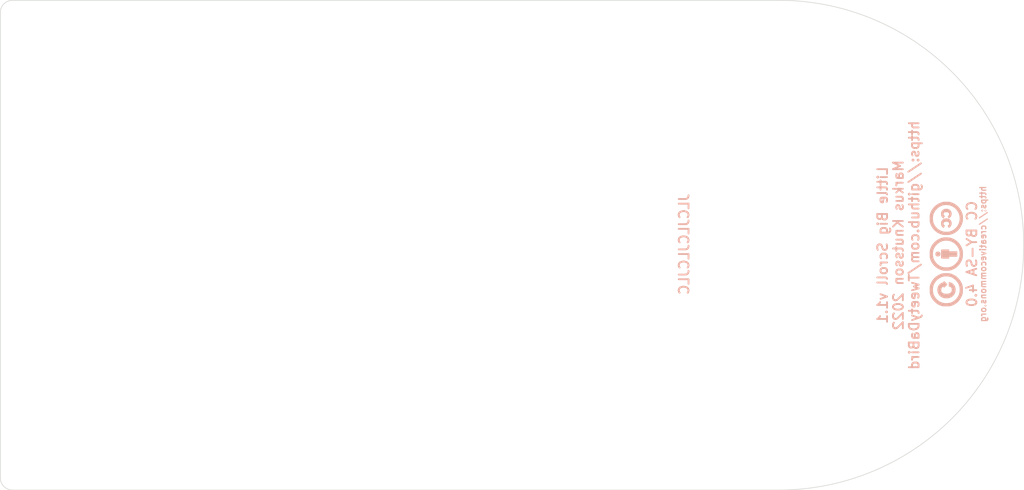
<source format=kicad_pcb>
(kicad_pcb (version 20171130) (host pcbnew "(5.1.9)-1")

  (general
    (thickness 1.6)
    (drawings 15)
    (tracks 0)
    (zones 0)
    (modules 5)
    (nets 1)
  )

  (page A4)
  (title_block
    (title "Little Big Scroll")
    (date 2021-11-30)
    (rev v1.0)
    (company "Markus Knutsson <markus.knutsson@tweety.se>")
    (comment 1 https://github.com/TweetyDaBird)
    (comment 2 "Licensed under Creative Commons Attribution-ShareAlike 4.0 International")
  )

  (layers
    (0 F.Cu signal)
    (31 B.Cu signal)
    (32 B.Adhes user hide)
    (33 F.Adhes user hide)
    (34 B.Paste user hide)
    (35 F.Paste user hide)
    (36 B.SilkS user)
    (37 F.SilkS user)
    (38 B.Mask user hide)
    (39 F.Mask user hide)
    (40 Dwgs.User user hide)
    (41 Cmts.User user hide)
    (42 Eco1.User user hide)
    (43 Eco2.User user hide)
    (44 Edge.Cuts user)
    (45 Margin user hide)
    (46 B.CrtYd user hide)
    (47 F.CrtYd user hide)
    (48 B.Fab user hide)
    (49 F.Fab user hide)
  )

  (setup
    (last_trace_width 0.25)
    (trace_clearance 0.2)
    (zone_clearance 0.508)
    (zone_45_only yes)
    (trace_min 0.2)
    (via_size 0.8)
    (via_drill 0.4)
    (via_min_size 0.4)
    (via_min_drill 0.3)
    (uvia_size 0.3)
    (uvia_drill 0.1)
    (uvias_allowed no)
    (uvia_min_size 0.2)
    (uvia_min_drill 0.1)
    (edge_width 0.05)
    (segment_width 0.2)
    (pcb_text_width 0.3)
    (pcb_text_size 1.5 1.5)
    (mod_edge_width 0.12)
    (mod_text_size 1 1)
    (mod_text_width 0.15)
    (pad_size 1.524 1.524)
    (pad_drill 0.762)
    (pad_to_mask_clearance 0)
    (aux_axis_origin 0 0)
    (visible_elements 7FFFFFFF)
    (pcbplotparams
      (layerselection 0x010fc_ffffffff)
      (usegerberextensions true)
      (usegerberattributes true)
      (usegerberadvancedattributes false)
      (creategerberjobfile false)
      (excludeedgelayer true)
      (linewidth 0.100000)
      (plotframeref false)
      (viasonmask false)
      (mode 1)
      (useauxorigin false)
      (hpglpennumber 1)
      (hpglpenspeed 20)
      (hpglpendiameter 15.000000)
      (psnegative false)
      (psa4output false)
      (plotreference true)
      (plotvalue false)
      (plotinvisibletext false)
      (padsonsilk false)
      (subtractmaskfromsilk true)
      (outputformat 1)
      (mirror false)
      (drillshape 0)
      (scaleselection 1)
      (outputdirectory "Gerbers/"))
  )

  (net 0 "")

  (net_class Default "This is the default net class."
    (clearance 0.2)
    (trace_width 0.25)
    (via_dia 0.8)
    (via_drill 0.4)
    (uvia_dia 0.3)
    (uvia_drill 0.1)
  )

  (net_class VCC ""
    (clearance 0.2)
    (trace_width 0.45)
    (via_dia 0.8)
    (via_drill 0.4)
    (uvia_dia 0.3)
    (uvia_drill 0.1)
  )

  (module "Keyboard Library:CC_BY_SA_40" (layer B.Cu) (tedit 61A8945C) (tstamp 61A8F649)
    (at 232.98 112.32 270)
    (path /61A8A884)
    (fp_text reference Lic1 (at -0.24 2.42 270) (layer B.Fab) hide
      (effects (font (size 0.8 0.8) (thickness 0.15)) (justify mirror))
    )
    (fp_text value CC-BY-SA_4.0 (at -0.19 3.93 270) (layer B.Fab)
      (effects (font (size 0.8 0.8) (thickness 0.15)) (justify mirror))
    )
    (fp_poly (pts (xy 2.926022 0.651376) (xy 3.024018 0.638898) (xy 3.07798 0.626859) (xy 3.140861 0.606141)
      (xy 3.205826 0.576626) (xy 3.268999 0.540591) (xy 3.3265 0.500311) (xy 3.374452 0.458061)
      (xy 3.385369 0.446489) (xy 3.423185 0.398898) (xy 3.460707 0.341614) (xy 3.495292 0.279265)
      (xy 3.524295 0.21648) (xy 3.53882 0.17787) (xy 3.556121 0.112329) (xy 3.567883 0.037315)
      (xy 3.574001 -0.04319) (xy 3.574369 -0.1252) (xy 3.568882 -0.204732) (xy 3.557437 -0.277801)
      (xy 3.551491 -0.303091) (xy 3.519188 -0.400088) (xy 3.475356 -0.489302) (xy 3.420785 -0.569931)
      (xy 3.356263 -0.641174) (xy 3.282577 -0.70223) (xy 3.200517 -0.752298) (xy 3.11087 -0.790576)
      (xy 3.05567 -0.807069) (xy 3.00771 -0.816775) (xy 2.952305 -0.823985) (xy 2.894108 -0.828417)
      (xy 2.83777 -0.82979) (xy 2.787944 -0.827821) (xy 2.762686 -0.824849) (xy 2.67688 -0.804407)
      (xy 2.594728 -0.771928) (xy 2.51805 -0.728695) (xy 2.448667 -0.67599) (xy 2.388399 -0.615095)
      (xy 2.339066 -0.547292) (xy 2.319989 -0.513035) (xy 2.305521 -0.480487) (xy 2.290958 -0.44112)
      (xy 2.27745 -0.398847) (xy 2.266145 -0.357579) (xy 2.258193 -0.32123) (xy 2.254744 -0.293711)
      (xy 2.254686 -0.290742) (xy 2.256472 -0.287446) (xy 2.262886 -0.284959) (xy 2.275514 -0.283205)
      (xy 2.295941 -0.282107) (xy 2.325752 -0.28159) (xy 2.366533 -0.281577) (xy 2.419869 -0.281994)
      (xy 2.4343 -0.282145) (xy 2.613914 -0.284086) (xy 2.615091 -0.307507) (xy 2.621854 -0.34593)
      (xy 2.63697 -0.387443) (xy 2.657913 -0.425531) (xy 2.664392 -0.434584) (xy 2.699091 -0.468748)
      (xy 2.743663 -0.495431) (xy 2.795239 -0.514105) (xy 2.85095 -0.524242) (xy 2.907928 -0.525312)
      (xy 2.963304 -0.516788) (xy 3.012879 -0.498801) (xy 3.06281 -0.467461) (xy 3.105137 -0.425944)
      (xy 3.140539 -0.373315) (xy 3.169696 -0.308637) (xy 3.185113 -0.261458) (xy 3.191325 -0.238224)
      (xy 3.195769 -0.216245) (xy 3.198724 -0.192377) (xy 3.200468 -0.163474) (xy 3.201281 -0.126393)
      (xy 3.20144 -0.077989) (xy 3.201439 -0.077257) (xy 3.200491 -0.01359) (xy 3.197513 0.038723)
      (xy 3.192004 0.082761) (xy 3.183461 0.121603) (xy 3.17138 0.158328) (xy 3.157695 0.19075)
      (xy 3.125704 0.245065) (xy 3.084906 0.287986) (xy 3.035798 0.319257) (xy 2.97888 0.338624)
      (xy 2.914649 0.345829) (xy 2.860863 0.34297) (xy 2.817995 0.336821) (xy 2.784672 0.328958)
      (xy 2.755927 0.317911) (xy 2.730412 0.304351) (xy 2.6901 0.273499) (xy 2.656081 0.233431)
      (xy 2.631385 0.18825) (xy 2.621481 0.156786) (xy 2.61639 0.1332) (xy 2.664138 0.1332)
      (xy 2.690108 0.13266) (xy 2.704659 0.130493) (xy 2.710863 0.125878) (xy 2.711886 0.120426)
      (xy 2.706896 0.111906) (xy 2.693048 0.095102) (xy 2.67202 0.071704) (xy 2.645492 0.0434)
      (xy 2.615144 0.01188) (xy 2.582654 -0.021167) (xy 2.549703 -0.054051) (xy 2.51797 -0.085084)
      (xy 2.489134 -0.112577) (xy 2.464875 -0.134839) (xy 2.446872 -0.150183) (xy 2.436804 -0.156918)
      (xy 2.435969 -0.157086) (xy 2.427528 -0.152065) (xy 2.410855 -0.138129) (xy 2.387628 -0.116968)
      (xy 2.359526 -0.090272) (xy 2.328225 -0.059732) (xy 2.295405 -0.027037) (xy 2.262742 0.006122)
      (xy 2.231914 0.038055) (xy 2.2046 0.067072) (xy 2.182476 0.091482) (xy 2.167221 0.109597)
      (xy 2.160513 0.119724) (xy 2.160343 0.120572) (xy 2.16224 0.127131) (xy 2.16988 0.130963)
      (xy 2.186185 0.132757) (xy 2.213947 0.1332) (xy 2.267552 0.1332) (xy 2.272459 0.165922)
      (xy 2.281121 0.205192) (xy 2.295752 0.251724) (xy 2.314597 0.300489) (xy 2.334478 0.343657)
      (xy 2.379798 0.417968) (xy 2.435421 0.482847) (xy 2.500284 0.537888) (xy 2.573325 0.582688)
      (xy 2.653482 0.616841) (xy 2.739692 0.639943) (xy 2.830893 0.65159) (xy 2.926022 0.651376)) (layer B.SilkS) (width 0.01))
    (fp_poly (pts (xy -0.008247 0.810637) (xy 0.015762 0.808152) (xy 0.035917 0.802684) (xy 0.057538 0.793148)
      (xy 0.064578 0.789601) (xy 0.099906 0.7674) (xy 0.125046 0.740918) (xy 0.14144 0.70758)
      (xy 0.150529 0.664813) (xy 0.153175 0.631372) (xy 0.153555 0.593754) (xy 0.151636 0.559446)
      (xy 0.147731 0.533797) (xy 0.147359 0.532343) (xy 0.13232 0.499676) (xy 0.107019 0.468478)
      (xy 0.0755 0.442672) (xy 0.041805 0.426184) (xy 0.036429 0.42466) (xy 0.002203 0.419237)
      (xy -0.039229 0.417265) (xy -0.081268 0.418724) (xy -0.117315 0.423592) (xy -0.124094 0.425199)
      (xy -0.148417 0.436259) (xy -0.175765 0.456063) (xy -0.186918 0.466177) (xy -0.209239 0.491076)
      (xy -0.224314 0.517069) (xy -0.233124 0.547461) (xy -0.236654 0.585557) (xy -0.236032 0.631372)
      (xy -0.230855 0.68151) (xy -0.219294 0.720574) (xy -0.199907 0.751139) (xy -0.171253 0.775778)
      (xy -0.147435 0.789601) (xy -0.124451 0.80047) (xy -0.104421 0.806968) (xy -0.082028 0.810179)
      (xy -0.051951 0.811189) (xy -0.041428 0.811224) (xy -0.008247 0.810637)) (layer B.SilkS) (width 0.01))
    (fp_poly (pts (xy 0.037166 0.358141) (xy 0.10256 0.357943) (xy 0.156064 0.357421) (xy 0.198991 0.356415)
      (xy 0.232655 0.354768) (xy 0.258368 0.35232) (xy 0.277442 0.348915) (xy 0.29119 0.344393)
      (xy 0.300925 0.338596) (xy 0.307958 0.331366) (xy 0.313604 0.322545) (xy 0.317677 0.314866)
      (xy 0.320463 0.307632) (xy 0.32275 0.296834) (xy 0.324585 0.281131) (xy 0.326014 0.259181)
      (xy 0.327082 0.229641) (xy 0.327838 0.19117) (xy 0.328325 0.142427) (xy 0.328592 0.082069)
      (xy 0.328684 0.008754) (xy 0.328686 -0.004325) (xy 0.328686 -0.302229) (xy 0.176434 -0.302229)
      (xy 0.174545 -0.630614) (xy 0.172657 -0.959) (xy -0.038297 -0.960922) (xy -0.092244 -0.961248)
      (xy -0.141432 -0.961228) (xy -0.184004 -0.960889) (xy -0.218099 -0.960257) (xy -0.241861 -0.959357)
      (xy -0.25343 -0.958216) (xy -0.254197 -0.957898) (xy -0.25522 -0.949837) (xy -0.256171 -0.928742)
      (xy -0.257028 -0.896095) (xy -0.25777 -0.853375) (xy -0.258374 -0.802063) (xy -0.258818 -0.74364)
      (xy -0.259079 -0.679586) (xy -0.259143 -0.627591) (xy -0.259143 -0.302229) (xy -0.411543 -0.302229)
      (xy -0.411543 -0.004325) (xy -0.411475 0.071196) (xy -0.411239 0.133546) (xy -0.41079 0.184065)
      (xy -0.410081 0.224096) (xy -0.409066 0.25498) (xy -0.407698 0.27806) (xy -0.405931 0.294677)
      (xy -0.40372 0.306172) (xy -0.401017 0.313888) (xy -0.400534 0.314866) (xy -0.39507 0.324972)
      (xy -0.389193 0.33337) (xy -0.381591 0.340216) (xy -0.37095 0.34567) (xy -0.355959 0.34989)
      (xy -0.335304 0.353034) (xy -0.307674 0.355261) (xy -0.271755 0.356729) (xy -0.226235 0.357595)
      (xy -0.169801 0.358019) (xy -0.101141 0.358158) (xy -0.041428 0.358171) (xy 0.037166 0.358141)) (layer B.SilkS) (width 0.01))
    (fp_poly (pts (xy -2.516114 0.356123) (xy -2.4467 0.349329) (xy -2.387015 0.335194) (xy -2.333734 0.312719)
      (xy -2.296787 0.290347) (xy -2.271649 0.270987) (xy -2.245306 0.247145) (xy -2.220136 0.221433)
      (xy -2.198517 0.196465) (xy -2.182827 0.174853) (xy -2.175441 0.159209) (xy -2.175168 0.156706)
      (xy -2.180648 0.148247) (xy -2.19741 0.135587) (xy -2.22615 0.118268) (xy -2.267564 0.095833)
      (xy -2.269193 0.09498) (xy -2.363079 0.045874) (xy -2.393159 0.086592) (xy -2.425063 0.121679)
      (xy -2.460248 0.143617) (xy -2.501248 0.153748) (xy -2.52179 0.154812) (xy -2.570586 0.148715)
      (xy -2.611786 0.130512) (xy -2.644468 0.100984) (xy -2.66771 0.060913) (xy -2.678937 0.021518)
      (xy -2.681579 -0.002373) (xy -2.683145 -0.035828) (xy -2.683614 -0.073933) (xy -2.682969 -0.111775)
      (xy -2.681191 -0.144442) (xy -2.679622 -0.15917) (xy -2.668683 -0.197401) (xy -2.648279 -0.234445)
      (xy -2.621341 -0.26635) (xy -2.590803 -0.289165) (xy -2.579142 -0.294526) (xy -2.55244 -0.300278)
      (xy -2.518191 -0.301939) (xy -2.482726 -0.299668) (xy -2.452376 -0.293621) (xy -2.445504 -0.291211)
      (xy -2.430415 -0.283302) (xy -2.415505 -0.270871) (xy -2.398779 -0.251722) (xy -2.378243 -0.22366)
      (xy -2.360888 -0.198072) (xy -2.356569 -0.193112) (xy -2.350483 -0.191218) (xy -2.340429 -0.193092)
      (xy -2.324207 -0.199436) (xy -2.299619 -0.210954) (xy -2.264463 -0.228346) (xy -2.261669 -0.229742)
      (xy -2.228816 -0.246239) (xy -2.200903 -0.260404) (xy -2.18036 -0.270992) (xy -2.169618 -0.27676)
      (xy -2.168652 -0.277379) (xy -2.169818 -0.28542) (xy -2.178965 -0.301375) (xy -2.194086 -0.322625)
      (xy -2.213179 -0.34655) (xy -2.234238 -0.370532) (xy -2.255257 -0.391949) (xy -2.259017 -0.395454)
      (xy -2.318818 -0.441312) (xy -2.385086 -0.476075) (xy -2.439625 -0.494413) (xy -2.477086 -0.500817)
      (xy -2.522791 -0.503992) (xy -2.570811 -0.503839) (xy -2.615219 -0.500262) (xy -2.632228 -0.497551)
      (xy -2.700098 -0.477645) (xy -2.763203 -0.445781) (xy -2.819348 -0.403594) (xy -2.866338 -0.352717)
      (xy -2.900373 -0.298076) (xy -2.921479 -0.249659) (xy -2.935695 -0.202011) (xy -2.94397 -0.150595)
      (xy -2.947258 -0.090873) (xy -2.947413 -0.073629) (xy -2.94438 0.000853) (xy -2.934434 0.06461)
      (xy -2.916664 0.120133) (xy -2.890161 0.169911) (xy -2.854014 0.216435) (xy -2.833695 0.237628)
      (xy -2.778467 0.285415) (xy -2.721787 0.320276) (xy -2.661257 0.343106) (xy -2.594479 0.3548)
      (xy -2.519054 0.356252) (xy -2.516114 0.356123)) (layer B.SilkS) (width 0.01))
    (fp_poly (pts (xy -3.243366 0.352482) (xy -3.170065 0.335739) (xy -3.104734 0.308278) (xy -3.066782 0.284533)
      (xy -3.041582 0.263871) (xy -3.016778 0.239445) (xy -2.994178 0.213616) (xy -2.975588 0.188745)
      (xy -2.962815 0.167192) (xy -2.957666 0.151319) (xy -2.959743 0.14469) (xy -2.966781 0.140652)
      (xy -2.984334 0.131127) (xy -3.010065 0.117368) (xy -3.041634 0.100629) (xy -3.056287 0.092899)
      (xy -3.092968 0.073751) (xy -3.118977 0.060806) (xy -3.136385 0.053321) (xy -3.147264 0.050554)
      (xy -3.153686 0.051761) (xy -3.157723 0.056201) (xy -3.157887 0.056473) (xy -3.187 0.098888)
      (xy -3.217052 0.128319) (xy -3.250258 0.146244) (xy -3.288835 0.154136) (xy -3.305562 0.154812)
      (xy -3.350018 0.149828) (xy -3.386755 0.133813) (xy -3.417197 0.105778) (xy -3.442767 0.064736)
      (xy -3.446454 0.057) (xy -3.453663 0.039634) (xy -3.458473 0.022352) (xy -3.46135 0.001616)
      (xy -3.462759 -0.026113) (xy -3.463168 -0.064373) (xy -3.463171 -0.07) (xy -3.462854 -0.109817)
      (xy -3.461591 -0.138666) (xy -3.458917 -0.160087) (xy -3.454367 -0.177618) (xy -3.447475 -0.194798)
      (xy -3.446471 -0.197) (xy -3.423808 -0.235827) (xy -3.395724 -0.267886) (xy -3.365414 -0.289662)
      (xy -3.35999 -0.292208) (xy -3.325824 -0.300825) (xy -3.285836 -0.301868) (xy -3.246405 -0.295626)
      (xy -3.220168 -0.2859) (xy -3.196558 -0.269054) (xy -3.171947 -0.244053) (xy -3.150897 -0.216149)
      (xy -3.138348 -0.191722) (xy -3.131901 -0.189844) (xy -3.115467 -0.194495) (xy -3.088174 -0.205988)
      (xy -3.055748 -0.221389) (xy -3.015752 -0.240995) (xy -2.987219 -0.255545) (xy -2.968679 -0.266563)
      (xy -2.958661 -0.275578) (xy -2.955693 -0.284117) (xy -2.958306 -0.293708) (xy -2.965027 -0.305877)
      (xy -2.968585 -0.311891) (xy -2.989227 -0.340212) (xy -3.018873 -0.372115) (xy -3.053778 -0.40424)
      (xy -3.090197 -0.433231) (xy -3.124386 -0.455728) (xy -3.135623 -0.461687) (xy -3.208504 -0.489188)
      (xy -3.28561 -0.503308) (xy -3.365072 -0.503838) (xy -3.428513 -0.49446) (xy -3.488911 -0.474741)
      (xy -3.548195 -0.443229) (xy -3.602787 -0.402433) (xy -3.649108 -0.354863) (xy -3.671515 -0.324)
      (xy -3.683983 -0.300863) (xy -3.697714 -0.269953) (xy -3.709992 -0.237453) (xy -3.711388 -0.233286)
      (xy -3.719487 -0.206943) (xy -3.724964 -0.183396) (xy -3.728326 -0.158566) (xy -3.730081 -0.128374)
      (xy -3.730736 -0.088743) (xy -3.730786 -0.077257) (xy -3.728003 -0.00174) (xy -3.718599 0.062787)
      (xy -3.701717 0.118654) (xy -3.676498 0.168191) (xy -3.642086 0.213729) (xy -3.612549 0.244022)
      (xy -3.553499 0.291822) (xy -3.491444 0.326129) (xy -3.424419 0.347719) (xy -3.350453 0.357366)
      (xy -3.32309 0.358064) (xy -3.243366 0.352482)) (layer B.SilkS) (width 0.01))
    (fp_poly (pts (xy 2.94454 1.279734) (xy 2.997844 1.279382) (xy 3.040793 1.278668) (xy 3.075465 1.27749)
      (xy 3.103939 1.275743) (xy 3.128293 1.273323) (xy 3.150607 1.270128) (xy 3.172958 1.266054)
      (xy 3.178832 1.264879) (xy 3.280827 1.239555) (xy 3.37985 1.205195) (xy 3.477926 1.160839)
      (xy 3.577084 1.105527) (xy 3.679351 1.038301) (xy 3.720587 1.008594) (xy 3.764433 0.972956)
      (xy 3.813203 0.92767) (xy 3.864367 0.875543) (xy 3.9154 0.819382) (xy 3.963771 0.761994)
      (xy 4.006953 0.706186) (xy 4.042417 0.654765) (xy 4.049469 0.643437) (xy 4.073843 0.600336)
      (xy 4.100282 0.548614) (xy 4.126601 0.492966) (xy 4.15062 0.438088) (xy 4.170155 0.388675)
      (xy 4.177039 0.369057) (xy 4.190613 0.326737) (xy 4.201613 0.288304) (xy 4.210301 0.2515)
      (xy 4.216941 0.214067) (xy 4.221796 0.173748) (xy 4.225128 0.128283) (xy 4.227202 0.075416)
      (xy 4.228279 0.012888) (xy 4.228624 -0.061558) (xy 4.228629 -0.073629) (xy 4.228533 -0.140084)
      (xy 4.228179 -0.194058) (xy 4.227471 -0.237582) (xy 4.226309 -0.272687) (xy 4.224596 -0.301405)
      (xy 4.222233 -0.325767) (xy 4.219124 -0.347805) (xy 4.215169 -0.369551) (xy 4.214104 -0.374853)
      (xy 4.181174 -0.501314) (xy 4.134702 -0.623636) (xy 4.074509 -0.742168) (xy 4.000416 -0.857262)
      (xy 3.913129 -0.968243) (xy 3.865764 -1.021024) (xy 3.819902 -1.066771) (xy 3.771836 -1.108724)
      (xy 3.717857 -1.150123) (xy 3.655314 -1.193502) (xy 3.537108 -1.265438) (xy 3.415141 -1.326069)
      (xy 3.291613 -1.374416) (xy 3.169086 -1.409419) (xy 3.143138 -1.413562) (xy 3.105199 -1.417132)
      (xy 3.057782 -1.420095) (xy 3.003401 -1.422419) (xy 2.944569 -1.424071) (xy 2.8838 -1.425019)
      (xy 2.823606 -1.42523) (xy 2.7665 -1.424672) (xy 2.714997 -1.423311) (xy 2.671609 -1.421117)
      (xy 2.63885 -1.418055) (xy 2.628429 -1.416421) (xy 2.5248 -1.392008) (xy 2.420898 -1.358602)
      (xy 2.320366 -1.31768) (xy 2.22685 -1.270721) (xy 2.146827 -1.221172) (xy 2.121409 -1.203657)
      (xy 2.099551 -1.188742) (xy 2.084728 -1.178792) (xy 2.081518 -1.176714) (xy 2.045777 -1.151402)
      (xy 2.00386 -1.116977) (xy 1.958354 -1.075898) (xy 1.911847 -1.030622) (xy 1.866926 -0.983609)
      (xy 1.826178 -0.937315) (xy 1.814169 -0.922714) (xy 1.729674 -0.807064) (xy 1.65867 -0.686399)
      (xy 1.601274 -0.560962) (xy 1.557601 -0.430992) (xy 1.538477 -0.353029) (xy 1.533703 -0.321569)
      (xy 1.52988 -0.278251) (xy 1.527009 -0.2257) (xy 1.52509 -0.166539) (xy 1.524121 -0.103395)
      (xy 1.524113 -0.07) (xy 1.779914 -0.07) (xy 1.784222 -0.186908) (xy 1.797643 -0.294046)
      (xy 1.820527 -0.393215) (xy 1.853219 -0.486212) (xy 1.866033 -0.515448) (xy 1.886278 -0.55478)
      (xy 1.913038 -0.599899) (xy 1.944554 -0.648414) (xy 1.979065 -0.697934) (xy 2.014813 -0.746069)
      (xy 2.050037 -0.790428) (xy 2.082976 -0.82862) (xy 2.111873 -0.858255) (xy 2.129228 -0.872983)
      (xy 2.149999 -0.889187) (xy 2.175102 -0.909892) (xy 2.193 -0.925286) (xy 2.270086 -0.985781)
      (xy 2.355185 -1.039445) (xy 2.445147 -1.084748) (xy 2.536824 -1.120163) (xy 2.627065 -1.14416)
      (xy 2.653829 -1.148974) (xy 2.75161 -1.161792) (xy 2.842501 -1.16764) (xy 2.9323 -1.166591)
      (xy 3.026807 -1.158718) (xy 3.063857 -1.154126) (xy 3.170228 -1.133737) (xy 3.271561 -1.101222)
      (xy 3.370293 -1.055696) (xy 3.431601 -1.020341) (xy 3.470763 -0.994465) (xy 3.516233 -0.961899)
      (xy 3.563739 -0.92589) (xy 3.609009 -0.889683) (xy 3.647769 -0.856525) (xy 3.650766 -0.853826)
      (xy 3.680189 -0.824054) (xy 3.714515 -0.784139) (xy 3.751755 -0.736708) (xy 3.789917 -0.68439)
      (xy 3.827012 -0.629814) (xy 3.859613 -0.578) (xy 3.870707 -0.556582) (xy 3.88457 -0.525518)
      (xy 3.899532 -0.48898) (xy 3.913924 -0.45114) (xy 3.926076 -0.41617) (xy 3.931739 -0.397806)
      (xy 3.948148 -0.326927) (xy 3.960235 -0.245975) (xy 3.967815 -0.158791) (xy 3.970701 -0.069215)
      (xy 3.968708 0.018914) (xy 3.961649 0.101755) (xy 3.957402 0.132318) (xy 3.932407 0.245264)
      (xy 3.893532 0.354846) (xy 3.841152 0.460428) (xy 3.775644 0.561372) (xy 3.697383 0.657039)
      (xy 3.606745 0.746794) (xy 3.582743 0.767768) (xy 3.482858 0.844782) (xy 3.379736 0.908333)
      (xy 3.274044 0.958034) (xy 3.219886 0.977754) (xy 3.146911 0.996993) (xy 3.064011 1.010684)
      (xy 2.974381 1.018859) (xy 2.881218 1.02155) (xy 2.787718 1.018789) (xy 2.697078 1.010608)
      (xy 2.612494 0.99704) (xy 2.537162 0.978115) (xy 2.514811 0.970677) (xy 2.466472 0.9513)
      (xy 2.413255 0.926489) (xy 2.359916 0.898712) (xy 2.311209 0.870439) (xy 2.273842 0.845574)
      (xy 2.237189 0.817492) (xy 2.197301 0.784762) (xy 2.156753 0.749704) (xy 2.118119 0.714642)
      (xy 2.083974 0.681898) (xy 2.05689 0.653794) (xy 2.042599 0.636947) (xy 1.977085 0.547989)
      (xy 1.922546 0.465347) (xy 1.878174 0.386854) (xy 1.843166 0.310343) (xy 1.816716 0.233649)
      (xy 1.79802 0.154604) (xy 1.786272 0.071044) (xy 1.780668 -0.019199) (xy 1.779914 -0.07)
      (xy 1.524113 -0.07) (xy 1.524104 -0.038892) (xy 1.525039 0.024345) (xy 1.526925 0.083692)
      (xy 1.529762 0.136524) (xy 1.533551 0.180215) (xy 1.538291 0.212142) (xy 1.538477 0.213028)
      (xy 1.57179 0.33619) (xy 1.618483 0.457966) (xy 1.67743 0.576592) (xy 1.747501 0.690308)
      (xy 1.827567 0.797351) (xy 1.916502 0.895959) (xy 2.013176 0.98437) (xy 2.052224 1.01532)
      (xy 2.131582 1.072859) (xy 2.206163 1.120704) (xy 2.279716 1.160907) (xy 2.35599 1.195521)
      (xy 2.437246 1.226085) (xy 2.479764 1.240254) (xy 2.518294 1.251729) (xy 2.555109 1.260785)
      (xy 2.592479 1.2677) (xy 2.632677 1.272749) (xy 2.677973 1.27621) (xy 2.730641 1.278358)
      (xy 2.79295 1.279471) (xy 2.867173 1.279824) (xy 2.8788 1.279828) (xy 2.94454 1.279734)) (layer B.SilkS) (width 0.01))
    (fp_poly (pts (xy 0.026093 1.279569) (xy 0.08757 1.278896) (xy 0.13898 1.277462) (xy 0.182545 1.275036)
      (xy 0.220489 1.271384) (xy 0.255032 1.266274) (xy 0.288397 1.259472) (xy 0.322806 1.250746)
      (xy 0.360483 1.239863) (xy 0.375139 1.235413) (xy 0.461392 1.205654) (xy 0.543829 1.169924)
      (xy 0.625625 1.126581) (xy 0.709954 1.073985) (xy 0.775 1.02876) (xy 0.811688 1.000214)
      (xy 0.853513 0.964304) (xy 0.897507 0.923893) (xy 0.940697 0.881842) (xy 0.980114 0.841013)
      (xy 1.012785 0.804267) (xy 1.028549 0.784529) (xy 1.048709 0.757774) (xy 1.07054 0.728986)
      (xy 1.08001 0.716569) (xy 1.120058 0.65844) (xy 1.16002 0.589878) (xy 1.197981 0.514846)
      (xy 1.23203 0.437309) (xy 1.260251 0.361231) (xy 1.275171 0.312228) (xy 1.286862 0.26796)
      (xy 1.296175 0.22843) (xy 1.303334 0.191191) (xy 1.308563 0.153794) (xy 1.312086 0.113792)
      (xy 1.314127 0.068737) (xy 1.314909 0.016182) (xy 1.314656 -0.046321) (xy 1.313782 -0.109914)
      (xy 1.312685 -0.172079) (xy 1.311546 -0.221931) (xy 1.310195 -0.261673) (xy 1.308464 -0.293506)
      (xy 1.306183 -0.319633) (xy 1.303182 -0.342255) (xy 1.299294 -0.363573) (xy 1.294348 -0.38579)
      (xy 1.291756 -0.396572) (xy 1.252961 -0.528941) (xy 1.202989 -0.652584) (xy 1.141144 -0.768817)
      (xy 1.066728 -0.878957) (xy 0.982277 -0.980772) (xy 0.903633 -1.059058) (xy 0.813629 -1.134259)
      (xy 0.715377 -1.204355) (xy 0.611993 -1.267329) (xy 0.506589 -1.321164) (xy 0.402281 -1.363842)
      (xy 0.378443 -1.371976) (xy 0.327918 -1.387846) (xy 0.282176 -1.400421) (xy 0.238471 -1.410053)
      (xy 0.194059 -1.41709) (xy 0.146194 -1.421884) (xy 0.092131 -1.424784) (xy 0.029124 -1.426142)
      (xy -0.045572 -1.426307) (xy -0.04724 -1.426301) (xy -0.128041 -1.425472) (xy -0.19451 -1.423702)
      (xy -0.246601 -1.420991) (xy -0.284271 -1.417341) (xy -0.2953 -1.415617) (xy -0.394 -1.392362)
      (xy -0.496328 -1.358599) (xy -0.598166 -1.316092) (xy -0.695395 -1.266605) (xy -0.783897 -1.211905)
      (xy -0.804401 -1.197459) (xy -0.823498 -1.184209) (xy -0.837819 -1.175357) (xy -0.843071 -1.173086)
      (xy -0.851904 -1.168436) (xy -0.86907 -1.155762) (xy -0.892327 -1.136976) (xy -0.91943 -1.113992)
      (xy -0.948133 -1.088723) (xy -0.976194 -1.063082) (xy -1.001367 -1.038982) (xy -1.007082 -1.033285)
      (xy -1.103242 -0.926524) (xy -1.187232 -0.812358) (xy -1.258687 -0.691445) (xy -1.317243 -0.564441)
      (xy -1.362535 -0.432002) (xy -1.380933 -0.360286) (xy -1.385112 -0.334126) (xy -1.388799 -0.296048)
      (xy -1.391941 -0.24864) (xy -1.394486 -0.194492) (xy -1.396383 -0.136193) (xy -1.397578 -0.076332)
      (xy -1.397733 -0.055579) (xy -1.137628 -0.055579) (xy -1.135808 -0.150235) (xy -1.12745 -0.241235)
      (xy -1.112556 -0.324795) (xy -1.103542 -0.359585) (xy -1.062221 -0.476464) (xy -1.00787 -0.58808)
      (xy -0.941328 -0.693444) (xy -0.863435 -0.79157) (xy -0.77503 -0.881467) (xy -0.676952 -0.962149)
      (xy -0.570043 -1.032627) (xy -0.498935 -1.071144) (xy -0.423026 -1.10535) (xy -0.349576 -1.130146)
      (xy -0.272175 -1.14749) (xy -0.226486 -1.154446) (xy -0.157341 -1.16262) (xy -0.096707 -1.167401)
      (xy -0.039944 -1.16878) (xy 0.017586 -1.166748) (xy 0.080523 -1.161295) (xy 0.143629 -1.153717)
      (xy 0.235013 -1.137536) (xy 0.321391 -1.113058) (xy 0.405092 -1.079237) (xy 0.488447 -1.035026)
      (xy 0.573785 -0.97938) (xy 0.637114 -0.932154) (xy 0.735463 -0.846802) (xy 0.821768 -0.753814)
      (xy 0.895701 -0.653568) (xy 0.936661 -0.585257) (xy 0.966594 -0.523978) (xy 0.993946 -0.455129)
      (xy 1.01719 -0.383441) (xy 1.034799 -0.313646) (xy 1.045248 -0.250475) (xy 1.045532 -0.2478)
      (xy 1.048525 -0.207285) (xy 1.050298 -0.158109) (xy 1.050918 -0.103394) (xy 1.050449 -0.046264)
      (xy 1.048958 0.010156) (xy 1.04651 0.062745) (xy 1.043171 0.108379) (xy 1.039007 0.143933)
      (xy 1.037056 0.154971) (xy 1.006424 0.269003) (xy 0.962547 0.379421) (xy 0.906488 0.485025)
      (xy 0.839315 0.584615) (xy 0.762094 0.676991) (xy 0.67589 0.760951) (xy 0.581769 0.835297)
      (xy 0.480798 0.898828) (xy 0.374041 0.950343) (xy 0.309339 0.974426) (xy 0.237381 0.99385)
      (xy 0.155918 1.008139) (xy 0.068039 1.017287) (xy -0.023167 1.021285) (xy -0.11461 1.020127)
      (xy -0.203202 1.013805) (xy -0.285853 1.002311) (xy -0.359475 0.985638) (xy -0.389771 0.976118)
      (xy -0.495295 0.932043) (xy -0.598257 0.87488) (xy -0.696805 0.80604) (xy -0.789085 0.726932)
      (xy -0.873244 0.638967) (xy -0.934558 0.561678) (xy -0.973951 0.502) (xy -1.012462 0.433814)
      (xy -1.047894 0.361656) (xy -1.078047 0.29006) (xy -1.100723 0.223562) (xy -1.103845 0.212467)
      (xy -1.121649 0.129557) (xy -1.13291 0.038946) (xy -1.137628 -0.055579) (xy -1.397733 -0.055579)
      (xy -1.398019 -0.017497) (xy -1.397655 0.037721) (xy -1.396433 0.086734) (xy -1.3943 0.126954)
      (xy -1.391334 0.154971) (xy -1.381584 0.208002) (xy -1.368503 0.265798) (xy -1.353475 0.322916)
      (xy -1.337886 0.373913) (xy -1.329922 0.396455) (xy -1.311559 0.441003) (xy -1.288259 0.491075)
      (xy -1.261604 0.543812) (xy -1.233172 0.596353) (xy -1.204544 0.645838) (xy -1.177299 0.689406)
      (xy -1.153018 0.724196) (xy -1.140087 0.740169) (xy -1.129829 0.752403) (xy -1.113302 0.772796)
      (xy -1.093155 0.798059) (xy -1.07986 0.814916) (xy -1.012793 0.891097) (xy -0.933816 0.964993)
      (xy -0.845523 1.034818) (xy -0.750511 1.098784) (xy -0.651374 1.155103) (xy -0.550707 1.201989)
      (xy -0.47882 1.228874) (xy -0.437691 1.24221) (xy -0.400986 1.253002) (xy -0.366448 1.261517)
      (xy -0.331822 1.26802) (xy -0.294853 1.272778) (xy -0.253284 1.276056) (xy -0.204859 1.27812)
      (xy -0.147324 1.279237) (xy -0.078421 1.279672) (xy -0.047673 1.279715) (xy 0.026093 1.279569)) (layer B.SilkS) (width 0.01))
    (fp_poly (pts (xy -2.889956 1.279658) (xy -2.836071 1.279349) (xy -2.792615 1.278689) (xy -2.757545 1.277578)
      (xy -2.728818 1.275918) (xy -2.704393 1.273608) (xy -2.682225 1.270551) (xy -2.660274 1.266646)
      (xy -2.651511 1.264909) (xy -2.529263 1.232956) (xy -2.408913 1.187364) (xy -2.291811 1.128995)
      (xy -2.17931 1.058713) (xy -2.072758 0.977383) (xy -1.973507 0.885868) (xy -1.882906 0.785033)
      (xy -1.863753 0.761023) (xy -1.788117 0.652511) (xy -1.723004 0.53485) (xy -1.669125 0.409587)
      (xy -1.62719 0.278269) (xy -1.610973 0.211049) (xy -1.60628 0.180323) (xy -1.602522 0.137696)
      (xy -1.599698 0.085754) (xy -1.597805 0.027081) (xy -1.596841 -0.03574) (xy -1.596803 -0.100123)
      (xy -1.597689 -0.163485) (xy -1.599498 -0.223241) (xy -1.602226 -0.276808) (xy -1.605871 -0.321601)
      (xy -1.610431 -0.355035) (xy -1.611486 -0.360286) (xy -1.64833 -0.497154) (xy -1.697853 -0.626971)
      (xy -1.760018 -0.749671) (xy -1.834791 -0.86519) (xy -1.922136 -0.973461) (xy -1.977197 -1.031573)
      (xy -2.017604 -1.070411) (xy -2.05742 -1.105987) (xy -2.094141 -1.136204) (xy -2.125263 -1.158966)
      (xy -2.140582 -1.168378) (xy -2.153333 -1.17599) (xy -2.174837 -1.189472) (xy -2.201731 -1.206696)
      (xy -2.2222 -1.219995) (xy -2.310664 -1.27199) (xy -2.408928 -1.319453) (xy -2.512533 -1.360573)
      (xy -2.617024 -1.393538) (xy -2.695054 -1.41218) (xy -2.720194 -1.416909) (xy -2.74449 -1.420516)
      (xy -2.770395 -1.423134) (xy -2.800359 -1.424896) (xy -2.836835 -1.425933) (xy -2.882273 -1.426378)
      (xy -2.939125 -1.426364) (xy -2.956311 -1.426301) (xy -3.02893 -1.425541) (xy -3.090934 -1.423942)
      (xy -3.141262 -1.421549) (xy -3.178851 -1.418409) (xy -3.196061 -1.415968) (xy -3.315957 -1.387364)
      (xy -3.43614 -1.345794) (xy -3.553692 -1.292449) (xy -3.665697 -1.228517) (xy -3.682904 -1.217388)
      (xy -3.710295 -1.199588) (xy -3.733078 -1.185202) (xy -3.748635 -1.175855) (xy -3.754231 -1.173086)
      (xy -3.76255 -1.168486) (xy -3.779222 -1.155996) (xy -3.801941 -1.137581) (xy -3.828405 -1.115206)
      (xy -3.85631 -1.090837) (xy -3.883353 -1.066438) (xy -3.907229 -1.043976) (xy -3.917738 -1.033602)
      (xy -4.01181 -0.928846) (xy -4.093833 -0.816656) (xy -4.164092 -0.696517) (xy -4.222875 -0.567913)
      (xy -4.270467 -0.43033) (xy -4.287751 -0.367543) (xy -4.292499 -0.347545) (xy -4.296273 -0.327546)
      (xy -4.299223 -0.30543) (xy -4.301496 -0.27908) (xy -4.303243 -0.246382) (xy -4.304611 -0.205217)
      (xy -4.305751 -0.153471) (xy -4.30666 -0.099029) (xy -4.3071 -0.068537) (xy -4.047591 -0.068537)
      (xy -4.041307 -0.190295) (xy -4.021376 -0.310203) (xy -3.988105 -0.426751) (xy -3.941798 -0.53843)
      (xy -3.907348 -0.6034) (xy -3.852121 -0.690668) (xy -3.791283 -0.770045) (xy -3.722657 -0.843862)
      (xy -3.644069 -0.914445) (xy -3.553342 -0.984124) (xy -3.548075 -0.987892) (xy -3.510451 -1.012046)
      (xy -3.463154 -1.038394) (xy -3.410392 -1.064888) (xy -3.356376 -1.089484) (xy -3.305315 -1.110137)
      (xy -3.27434 -1.120912) (xy -3.192173 -1.141907) (xy -3.100565 -1.156307) (xy -3.003126 -1.163866)
      (xy -2.903466 -1.164341) (xy -2.805194 -1.157487) (xy -2.779827 -1.154409) (xy -2.689657 -1.13874)
      (xy -2.606875 -1.116033) (xy -2.525331 -1.08449) (xy -2.497971 -1.07199) (xy -2.386123 -1.011803)
      (xy -2.28226 -0.941085) (xy -2.187447 -0.860864) (xy -2.102745 -0.77217) (xy -2.02922 -0.676032)
      (xy -1.967933 -0.573478) (xy -1.953871 -0.545343) (xy -1.934342 -0.501183) (xy -1.915189 -0.451741)
      (xy -1.897893 -0.401377) (xy -1.883936 -0.354454) (xy -1.874798 -0.315332) (xy -1.873784 -0.309486)
      (xy -1.869829 -0.286091) (xy -1.866255 -0.266756) (xy -1.865337 -0.262314) (xy -1.862637 -0.242058)
      (xy -1.86048 -0.210361) (xy -1.858895 -0.170287) (xy -1.85791 -0.124899) (xy -1.857555 -0.077263)
      (xy -1.857859 -0.030441) (xy -1.858852 0.012502) (xy -1.860561 0.048501) (xy -1.862196 0.067886)
      (xy -1.882337 0.185826) (xy -1.91622 0.300875) (xy -1.963162 0.411751) (xy -2.022478 0.517175)
      (xy -2.093488 0.615867) (xy -2.175507 0.706545) (xy -2.229457 0.756347) (xy -2.320078 0.828988)
      (xy -2.409269 0.888728) (xy -2.499173 0.936356) (xy -2.591932 0.97266) (xy -2.689689 0.998429)
      (xy -2.794588 1.01445) (xy -2.90877 1.021513) (xy -2.951543 1.022014) (xy -3.060483 1.018472)
      (xy -3.159227 1.007461) (xy -3.250321 0.988462) (xy -3.336311 0.960957) (xy -3.412371 0.928048)
      (xy -3.51939 0.868076) (xy -3.619747 0.796013) (xy -3.712336 0.713176) (xy -3.796051 0.620884)
      (xy -3.869787 0.520453) (xy -3.932438 0.413202) (xy -3.982898 0.300447) (xy -4.011907 0.213661)
      (xy -4.017878 0.192279) (xy -4.022503 0.173607) (xy -4.026368 0.154293) (xy -4.030059 0.130986)
      (xy -4.034164 0.100336) (xy -4.039268 0.058991) (xy -4.039926 0.053562) (xy -4.047591 -0.068537)
      (xy -4.3071 -0.068537) (xy -4.307538 -0.038192) (xy -4.308021 0.010446) (xy -4.307991 0.0492)
      (xy -4.307328 0.080382) (xy -4.305914 0.106306) (xy -4.303628 0.129286) (xy -4.300353 0.151635)
      (xy -4.295969 0.175666) (xy -4.291323 0.198938) (xy -4.257096 0.331441) (xy -4.209366 0.459527)
      (xy -4.148678 0.582433) (xy -4.075575 0.699397) (xy -3.990602 0.809657) (xy -3.894302 0.912448)
      (xy -3.78722 1.007009) (xy -3.6699 1.092577) (xy -3.640102 1.111803) (xy -3.563701 1.154807)
      (xy -3.477688 1.194409) (xy -3.386888 1.228685) (xy -3.296129 1.255711) (xy -3.254677 1.2654)
      (xy -3.233819 1.26947) (xy -3.212775 1.272697) (xy -3.189555 1.275176) (xy -3.162173 1.277004)
      (xy -3.12864 1.278275) (xy -3.086969 1.279086) (xy -3.035172 1.27953) (xy -2.971261 1.279704)
      (xy -2.956311 1.279715) (xy -2.889956 1.279658)) (layer B.SilkS) (width 0.01))
    (fp_text user "CC BY-SA 4.0" (at -0.041555 -2.16 270) (layer B.SilkS)
      (effects (font (size 0.8 0.8) (thickness 0.15)) (justify mirror))
    )
    (fp_text user https://creativecommons.org (at -0.041555 -3.07 270) (layer B.SilkS)
      (effects (font (size 0.5 0.5) (thickness 0.1)) (justify mirror))
    )
  )

  (module MountingHole:MountingHole_2.7mm_M2.5 (layer F.Cu) (tedit 56D1B4CB) (tstamp 619F2A99)
    (at 175.855 128.105)
    (descr "Mounting Hole 2.7mm, no annular, M2.5")
    (tags "mounting hole 2.7mm no annular m2.5")
    (path /61F12261)
    (attr virtual)
    (fp_text reference H4 (at 0 -3.7) (layer F.SilkS) hide
      (effects (font (size 1 1) (thickness 0.15)))
    )
    (fp_text value Hole (at 0 3.7) (layer F.Fab)
      (effects (font (size 1 1) (thickness 0.15)))
    )
    (fp_circle (center 0 0) (end 2.7 0) (layer Cmts.User) (width 0.15))
    (fp_circle (center 0 0) (end 2.95 0) (layer F.CrtYd) (width 0.05))
    (fp_text user %R (at 0.3 0) (layer F.Fab)
      (effects (font (size 1 1) (thickness 0.15)))
    )
    (pad 1 np_thru_hole circle (at 0 0) (size 2.7 2.7) (drill 2.7) (layers *.Cu *.Mask))
  )

  (module MountingHole:MountingHole_2.7mm_M2.5 (layer F.Cu) (tedit 56D1B4CB) (tstamp 619F2A91)
    (at 227.38 125.411406)
    (descr "Mounting Hole 2.7mm, no annular, M2.5")
    (tags "mounting hole 2.7mm no annular m2.5")
    (path /61F12B94)
    (attr virtual)
    (fp_text reference H3 (at 0 -3.7) (layer F.SilkS) hide
      (effects (font (size 1 1) (thickness 0.15)))
    )
    (fp_text value Hole (at 0 3.7) (layer F.Fab)
      (effects (font (size 1 1) (thickness 0.15)))
    )
    (fp_circle (center 0 0) (end 2.7 0) (layer Cmts.User) (width 0.15))
    (fp_circle (center 0 0) (end 2.95 0) (layer F.CrtYd) (width 0.05))
    (fp_text user %R (at 0.3 0) (layer F.Fab)
      (effects (font (size 1 1) (thickness 0.15)))
    )
    (pad 1 np_thru_hole circle (at 0 0) (size 2.7 2.7) (drill 2.7) (layers *.Cu *.Mask))
  )

  (module MountingHole:MountingHole_2.7mm_M2.5 (layer F.Cu) (tedit 56D1B4CB) (tstamp 619F2A89)
    (at 227.38 97.698594)
    (descr "Mounting Hole 2.7mm, no annular, M2.5")
    (tags "mounting hole 2.7mm no annular m2.5")
    (path /61F11CB7)
    (attr virtual)
    (fp_text reference H2 (at 0 -3.7) (layer F.SilkS) hide
      (effects (font (size 1 1) (thickness 0.15)))
    )
    (fp_text value Hole (at 0 3.7) (layer F.Fab)
      (effects (font (size 1 1) (thickness 0.15)))
    )
    (fp_circle (center 0 0) (end 2.7 0) (layer Cmts.User) (width 0.15))
    (fp_circle (center 0 0) (end 2.95 0) (layer F.CrtYd) (width 0.05))
    (fp_text user %R (at 0.3 0) (layer F.Fab)
      (effects (font (size 1 1) (thickness 0.15)))
    )
    (pad 1 np_thru_hole circle (at 0 0) (size 2.7 2.7) (drill 2.7) (layers *.Cu *.Mask))
  )

  (module MountingHole:MountingHole_2.7mm_M2.5 (layer F.Cu) (tedit 56D1B4CB) (tstamp 619F2A81)
    (at 175.855 95.005)
    (descr "Mounting Hole 2.7mm, no annular, M2.5")
    (tags "mounting hole 2.7mm no annular m2.5")
    (path /61F12E62)
    (attr virtual)
    (fp_text reference H1 (at 0 -3.7) (layer F.SilkS) hide
      (effects (font (size 1 1) (thickness 0.15)))
    )
    (fp_text value Hole (at 0 3.7) (layer F.Fab)
      (effects (font (size 1 1) (thickness 0.15)))
    )
    (fp_circle (center 0 0) (end 2.7 0) (layer Cmts.User) (width 0.15))
    (fp_circle (center 0 0) (end 2.95 0) (layer F.CrtYd) (width 0.05))
    (fp_text user %R (at 0.3 0) (layer F.Fab)
      (effects (font (size 1 1) (thickness 0.15)))
    )
    (pad 1 np_thru_hole circle (at 0 0) (size 2.7 2.7) (drill 2.7) (layers *.Cu *.Mask))
  )

  (gr_text JLCJLCJLCJLC (at 211.64 111.48 90) (layer B.SilkS) (tstamp 61A9161C)
    (effects (font (size 0.8 0.8) (thickness 0.15)) (justify mirror))
  )
  (gr_text "Little Big Scroll v1.1\nMarkus Knutsson 2022\nhttps://github.com/TweetyDaBird" (at 229.14 111.56 90) (layer B.SilkS)
    (effects (font (size 0.8 0.8) (thickness 0.15)) (justify mirror))
  )
  (gr_arc (start 156.805 92.56) (end 156.805 91.56) (angle -90) (layer Edge.Cuts) (width 0.05) (tstamp 61A196CD))
  (gr_arc (start 156.805 130.55) (end 155.805 130.55) (angle -90) (layer Edge.Cuts) (width 0.05))
  (gr_arc (start 219.38 111.555) (end 219.38 131.55) (angle -180) (layer Edge.Cuts) (width 0.05))
  (gr_arc (start 219.38 111.555) (end 219.38 131.555) (angle -180) (layer Dwgs.User) (width 0.15))
  (gr_line (start 155.8 91.555) (end 219.38 91.555) (layer Dwgs.User) (width 0.15) (tstamp 619F7CAD))
  (gr_line (start 155.8 91.555) (end 155.8 131.555) (layer Dwgs.User) (width 0.15))
  (gr_line (start 155.8 131.555) (end 219.38 131.555) (layer Dwgs.User) (width 0.15))
  (gr_circle (center 219.38 111.555) (end 239.38 111.555) (layer Dwgs.User) (width 0.15) (tstamp 619F30B2))
  (gr_line (start 155.805 92.56) (end 155.805 130.55) (layer Edge.Cuts) (width 0.05))
  (gr_line (start 156.805 131.55) (end 219.38 131.55) (layer Edge.Cuts) (width 0.05))
  (gr_line (start 156.805 91.56) (end 219.38 91.56) (layer Edge.Cuts) (width 0.05))
  (gr_circle (center 219.38 111.555) (end 231.38 111.555) (layer Dwgs.User) (width 0.15) (tstamp 619F2630))
  (gr_circle (center 219.38 111.555) (end 234.38 111.555) (layer Dwgs.User) (width 0.15))

)

</source>
